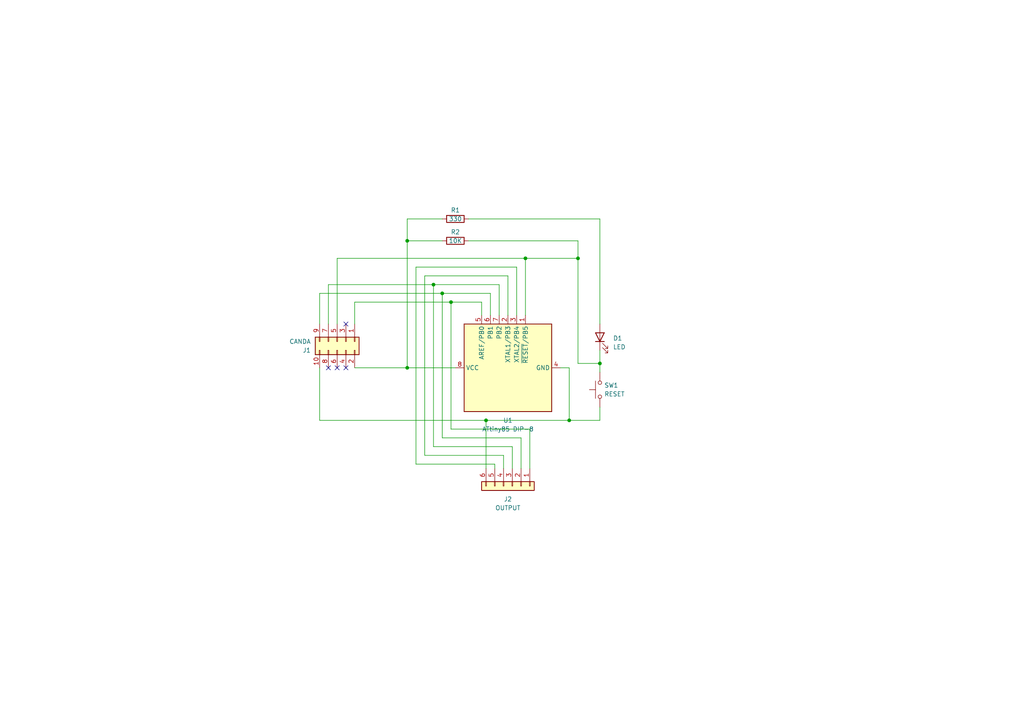
<source format=kicad_sch>
(kicad_sch (version 20230121) (generator eeschema)

  (uuid 84c1e8bb-25ad-4cce-b0a0-b9e9e965f4d8)

  (paper "A4")

  (lib_symbols
    (symbol "Connector_Generic:Conn_01x06" (pin_names (offset 1.016) hide) (in_bom yes) (on_board yes)
      (property "Reference" "J" (at 0 7.62 0)
        (effects (font (size 1.27 1.27)))
      )
      (property "Value" "Conn_01x06" (at 0 -10.16 0)
        (effects (font (size 1.27 1.27)))
      )
      (property "Footprint" "" (at 0 0 0)
        (effects (font (size 1.27 1.27)) hide)
      )
      (property "Datasheet" "~" (at 0 0 0)
        (effects (font (size 1.27 1.27)) hide)
      )
      (property "ki_keywords" "connector" (at 0 0 0)
        (effects (font (size 1.27 1.27)) hide)
      )
      (property "ki_description" "Generic connector, single row, 01x06, script generated (kicad-library-utils/schlib/autogen/connector/)" (at 0 0 0)
        (effects (font (size 1.27 1.27)) hide)
      )
      (property "ki_fp_filters" "Connector*:*_1x??_*" (at 0 0 0)
        (effects (font (size 1.27 1.27)) hide)
      )
      (symbol "Conn_01x06_1_1"
        (rectangle (start -1.27 -7.493) (end 0 -7.747)
          (stroke (width 0.1524) (type default))
          (fill (type none))
        )
        (rectangle (start -1.27 -4.953) (end 0 -5.207)
          (stroke (width 0.1524) (type default))
          (fill (type none))
        )
        (rectangle (start -1.27 -2.413) (end 0 -2.667)
          (stroke (width 0.1524) (type default))
          (fill (type none))
        )
        (rectangle (start -1.27 0.127) (end 0 -0.127)
          (stroke (width 0.1524) (type default))
          (fill (type none))
        )
        (rectangle (start -1.27 2.667) (end 0 2.413)
          (stroke (width 0.1524) (type default))
          (fill (type none))
        )
        (rectangle (start -1.27 5.207) (end 0 4.953)
          (stroke (width 0.1524) (type default))
          (fill (type none))
        )
        (rectangle (start -1.27 6.35) (end 1.27 -8.89)
          (stroke (width 0.254) (type default))
          (fill (type background))
        )
        (pin passive line (at -5.08 5.08 0) (length 3.81)
          (name "Pin_1" (effects (font (size 1.27 1.27))))
          (number "1" (effects (font (size 1.27 1.27))))
        )
        (pin passive line (at -5.08 2.54 0) (length 3.81)
          (name "Pin_2" (effects (font (size 1.27 1.27))))
          (number "2" (effects (font (size 1.27 1.27))))
        )
        (pin passive line (at -5.08 0 0) (length 3.81)
          (name "Pin_3" (effects (font (size 1.27 1.27))))
          (number "3" (effects (font (size 1.27 1.27))))
        )
        (pin passive line (at -5.08 -2.54 0) (length 3.81)
          (name "Pin_4" (effects (font (size 1.27 1.27))))
          (number "4" (effects (font (size 1.27 1.27))))
        )
        (pin passive line (at -5.08 -5.08 0) (length 3.81)
          (name "Pin_5" (effects (font (size 1.27 1.27))))
          (number "5" (effects (font (size 1.27 1.27))))
        )
        (pin passive line (at -5.08 -7.62 0) (length 3.81)
          (name "Pin_6" (effects (font (size 1.27 1.27))))
          (number "6" (effects (font (size 1.27 1.27))))
        )
      )
    )
    (symbol "Connector_Generic:Conn_02x05_Odd_Even" (pin_names (offset 1.016) hide) (in_bom yes) (on_board yes)
      (property "Reference" "J" (at 1.27 7.62 0)
        (effects (font (size 1.27 1.27)))
      )
      (property "Value" "Conn_02x05_Odd_Even" (at 1.27 -7.62 0)
        (effects (font (size 1.27 1.27)))
      )
      (property "Footprint" "" (at 0 0 0)
        (effects (font (size 1.27 1.27)) hide)
      )
      (property "Datasheet" "~" (at 0 0 0)
        (effects (font (size 1.27 1.27)) hide)
      )
      (property "ki_keywords" "connector" (at 0 0 0)
        (effects (font (size 1.27 1.27)) hide)
      )
      (property "ki_description" "Generic connector, double row, 02x05, odd/even pin numbering scheme (row 1 odd numbers, row 2 even numbers), script generated (kicad-library-utils/schlib/autogen/connector/)" (at 0 0 0)
        (effects (font (size 1.27 1.27)) hide)
      )
      (property "ki_fp_filters" "Connector*:*_2x??_*" (at 0 0 0)
        (effects (font (size 1.27 1.27)) hide)
      )
      (symbol "Conn_02x05_Odd_Even_1_1"
        (rectangle (start -1.27 -4.953) (end 0 -5.207)
          (stroke (width 0.1524) (type default))
          (fill (type none))
        )
        (rectangle (start -1.27 -2.413) (end 0 -2.667)
          (stroke (width 0.1524) (type default))
          (fill (type none))
        )
        (rectangle (start -1.27 0.127) (end 0 -0.127)
          (stroke (width 0.1524) (type default))
          (fill (type none))
        )
        (rectangle (start -1.27 2.667) (end 0 2.413)
          (stroke (width 0.1524) (type default))
          (fill (type none))
        )
        (rectangle (start -1.27 5.207) (end 0 4.953)
          (stroke (width 0.1524) (type default))
          (fill (type none))
        )
        (rectangle (start -1.27 6.35) (end 3.81 -6.35)
          (stroke (width 0.254) (type default))
          (fill (type background))
        )
        (rectangle (start 3.81 -4.953) (end 2.54 -5.207)
          (stroke (width 0.1524) (type default))
          (fill (type none))
        )
        (rectangle (start 3.81 -2.413) (end 2.54 -2.667)
          (stroke (width 0.1524) (type default))
          (fill (type none))
        )
        (rectangle (start 3.81 0.127) (end 2.54 -0.127)
          (stroke (width 0.1524) (type default))
          (fill (type none))
        )
        (rectangle (start 3.81 2.667) (end 2.54 2.413)
          (stroke (width 0.1524) (type default))
          (fill (type none))
        )
        (rectangle (start 3.81 5.207) (end 2.54 4.953)
          (stroke (width 0.1524) (type default))
          (fill (type none))
        )
        (pin passive line (at -5.08 5.08 0) (length 3.81)
          (name "Pin_1" (effects (font (size 1.27 1.27))))
          (number "1" (effects (font (size 1.27 1.27))))
        )
        (pin passive line (at 7.62 -5.08 180) (length 3.81)
          (name "Pin_10" (effects (font (size 1.27 1.27))))
          (number "10" (effects (font (size 1.27 1.27))))
        )
        (pin passive line (at 7.62 5.08 180) (length 3.81)
          (name "Pin_2" (effects (font (size 1.27 1.27))))
          (number "2" (effects (font (size 1.27 1.27))))
        )
        (pin passive line (at -5.08 2.54 0) (length 3.81)
          (name "Pin_3" (effects (font (size 1.27 1.27))))
          (number "3" (effects (font (size 1.27 1.27))))
        )
        (pin passive line (at 7.62 2.54 180) (length 3.81)
          (name "Pin_4" (effects (font (size 1.27 1.27))))
          (number "4" (effects (font (size 1.27 1.27))))
        )
        (pin passive line (at -5.08 0 0) (length 3.81)
          (name "Pin_5" (effects (font (size 1.27 1.27))))
          (number "5" (effects (font (size 1.27 1.27))))
        )
        (pin passive line (at 7.62 0 180) (length 3.81)
          (name "Pin_6" (effects (font (size 1.27 1.27))))
          (number "6" (effects (font (size 1.27 1.27))))
        )
        (pin passive line (at -5.08 -2.54 0) (length 3.81)
          (name "Pin_7" (effects (font (size 1.27 1.27))))
          (number "7" (effects (font (size 1.27 1.27))))
        )
        (pin passive line (at 7.62 -2.54 180) (length 3.81)
          (name "Pin_8" (effects (font (size 1.27 1.27))))
          (number "8" (effects (font (size 1.27 1.27))))
        )
        (pin passive line (at -5.08 -5.08 0) (length 3.81)
          (name "Pin_9" (effects (font (size 1.27 1.27))))
          (number "9" (effects (font (size 1.27 1.27))))
        )
      )
    )
    (symbol "Device:LED" (pin_numbers hide) (pin_names (offset 1.016) hide) (in_bom yes) (on_board yes)
      (property "Reference" "D" (at 0 2.54 0)
        (effects (font (size 1.27 1.27)))
      )
      (property "Value" "LED" (at 0 -2.54 0)
        (effects (font (size 1.27 1.27)))
      )
      (property "Footprint" "" (at 0 0 0)
        (effects (font (size 1.27 1.27)) hide)
      )
      (property "Datasheet" "~" (at 0 0 0)
        (effects (font (size 1.27 1.27)) hide)
      )
      (property "ki_keywords" "LED diode" (at 0 0 0)
        (effects (font (size 1.27 1.27)) hide)
      )
      (property "ki_description" "Light emitting diode" (at 0 0 0)
        (effects (font (size 1.27 1.27)) hide)
      )
      (property "ki_fp_filters" "LED* LED_SMD:* LED_THT:*" (at 0 0 0)
        (effects (font (size 1.27 1.27)) hide)
      )
      (symbol "LED_0_1"
        (polyline
          (pts
            (xy -1.27 -1.27)
            (xy -1.27 1.27)
          )
          (stroke (width 0.254) (type default))
          (fill (type none))
        )
        (polyline
          (pts
            (xy -1.27 0)
            (xy 1.27 0)
          )
          (stroke (width 0) (type default))
          (fill (type none))
        )
        (polyline
          (pts
            (xy 1.27 -1.27)
            (xy 1.27 1.27)
            (xy -1.27 0)
            (xy 1.27 -1.27)
          )
          (stroke (width 0.254) (type default))
          (fill (type none))
        )
        (polyline
          (pts
            (xy -3.048 -0.762)
            (xy -4.572 -2.286)
            (xy -3.81 -2.286)
            (xy -4.572 -2.286)
            (xy -4.572 -1.524)
          )
          (stroke (width 0) (type default))
          (fill (type none))
        )
        (polyline
          (pts
            (xy -1.778 -0.762)
            (xy -3.302 -2.286)
            (xy -2.54 -2.286)
            (xy -3.302 -2.286)
            (xy -3.302 -1.524)
          )
          (stroke (width 0) (type default))
          (fill (type none))
        )
      )
      (symbol "LED_1_1"
        (pin passive line (at -3.81 0 0) (length 2.54)
          (name "K" (effects (font (size 1.27 1.27))))
          (number "1" (effects (font (size 1.27 1.27))))
        )
        (pin passive line (at 3.81 0 180) (length 2.54)
          (name "A" (effects (font (size 1.27 1.27))))
          (number "2" (effects (font (size 1.27 1.27))))
        )
      )
    )
    (symbol "Device:R" (pin_numbers hide) (pin_names (offset 0)) (in_bom yes) (on_board yes)
      (property "Reference" "R" (at 2.032 0 90)
        (effects (font (size 1.27 1.27)))
      )
      (property "Value" "R" (at 0 0 90)
        (effects (font (size 1.27 1.27)))
      )
      (property "Footprint" "" (at -1.778 0 90)
        (effects (font (size 1.27 1.27)) hide)
      )
      (property "Datasheet" "~" (at 0 0 0)
        (effects (font (size 1.27 1.27)) hide)
      )
      (property "ki_keywords" "R res resistor" (at 0 0 0)
        (effects (font (size 1.27 1.27)) hide)
      )
      (property "ki_description" "Resistor" (at 0 0 0)
        (effects (font (size 1.27 1.27)) hide)
      )
      (property "ki_fp_filters" "R_*" (at 0 0 0)
        (effects (font (size 1.27 1.27)) hide)
      )
      (symbol "R_0_1"
        (rectangle (start -1.016 -2.54) (end 1.016 2.54)
          (stroke (width 0.254) (type default))
          (fill (type none))
        )
      )
      (symbol "R_1_1"
        (pin passive line (at 0 3.81 270) (length 1.27)
          (name "~" (effects (font (size 1.27 1.27))))
          (number "1" (effects (font (size 1.27 1.27))))
        )
        (pin passive line (at 0 -3.81 90) (length 1.27)
          (name "~" (effects (font (size 1.27 1.27))))
          (number "2" (effects (font (size 1.27 1.27))))
        )
      )
    )
    (symbol "MCU_Microchip_ATtiny:ATtiny85-20P" (in_bom yes) (on_board yes)
      (property "Reference" "U" (at -12.7 13.97 0)
        (effects (font (size 1.27 1.27)) (justify left bottom))
      )
      (property "Value" "ATtiny85-20P" (at 2.54 -13.97 0)
        (effects (font (size 1.27 1.27)) (justify left top))
      )
      (property "Footprint" "Package_DIP:DIP-8_W7.62mm" (at 0 0 0)
        (effects (font (size 1.27 1.27) italic) hide)
      )
      (property "Datasheet" "http://ww1.microchip.com/downloads/en/DeviceDoc/atmel-2586-avr-8-bit-microcontroller-attiny25-attiny45-attiny85_datasheet.pdf" (at 0 0 0)
        (effects (font (size 1.27 1.27)) hide)
      )
      (property "ki_keywords" "AVR 8bit Microcontroller tinyAVR" (at 0 0 0)
        (effects (font (size 1.27 1.27)) hide)
      )
      (property "ki_description" "20MHz, 8kB Flash, 512B SRAM, 512B EEPROM, debugWIRE, DIP-8" (at 0 0 0)
        (effects (font (size 1.27 1.27)) hide)
      )
      (property "ki_fp_filters" "DIP*W7.62mm*" (at 0 0 0)
        (effects (font (size 1.27 1.27)) hide)
      )
      (symbol "ATtiny85-20P_0_1"
        (rectangle (start -12.7 -12.7) (end 12.7 12.7)
          (stroke (width 0.254) (type default))
          (fill (type background))
        )
      )
      (symbol "ATtiny85-20P_1_1"
        (pin bidirectional line (at 15.24 -5.08 180) (length 2.54)
          (name "~{RESET}/PB5" (effects (font (size 1.27 1.27))))
          (number "1" (effects (font (size 1.27 1.27))))
        )
        (pin bidirectional line (at 15.24 0 180) (length 2.54)
          (name "XTAL1/PB3" (effects (font (size 1.27 1.27))))
          (number "2" (effects (font (size 1.27 1.27))))
        )
        (pin bidirectional line (at 15.24 -2.54 180) (length 2.54)
          (name "XTAL2/PB4" (effects (font (size 1.27 1.27))))
          (number "3" (effects (font (size 1.27 1.27))))
        )
        (pin power_in line (at 0 -15.24 90) (length 2.54)
          (name "GND" (effects (font (size 1.27 1.27))))
          (number "4" (effects (font (size 1.27 1.27))))
        )
        (pin bidirectional line (at 15.24 7.62 180) (length 2.54)
          (name "AREF/PB0" (effects (font (size 1.27 1.27))))
          (number "5" (effects (font (size 1.27 1.27))))
        )
        (pin bidirectional line (at 15.24 5.08 180) (length 2.54)
          (name "PB1" (effects (font (size 1.27 1.27))))
          (number "6" (effects (font (size 1.27 1.27))))
        )
        (pin bidirectional line (at 15.24 2.54 180) (length 2.54)
          (name "PB2" (effects (font (size 1.27 1.27))))
          (number "7" (effects (font (size 1.27 1.27))))
        )
        (pin power_in line (at 0 15.24 270) (length 2.54)
          (name "VCC" (effects (font (size 1.27 1.27))))
          (number "8" (effects (font (size 1.27 1.27))))
        )
      )
    )
    (symbol "Switch:SW_Push" (pin_numbers hide) (pin_names (offset 1.016) hide) (in_bom yes) (on_board yes)
      (property "Reference" "SW" (at 1.27 2.54 0)
        (effects (font (size 1.27 1.27)) (justify left))
      )
      (property "Value" "SW_Push" (at 0 -1.524 0)
        (effects (font (size 1.27 1.27)))
      )
      (property "Footprint" "" (at 0 5.08 0)
        (effects (font (size 1.27 1.27)) hide)
      )
      (property "Datasheet" "~" (at 0 5.08 0)
        (effects (font (size 1.27 1.27)) hide)
      )
      (property "ki_keywords" "switch normally-open pushbutton push-button" (at 0 0 0)
        (effects (font (size 1.27 1.27)) hide)
      )
      (property "ki_description" "Push button switch, generic, two pins" (at 0 0 0)
        (effects (font (size 1.27 1.27)) hide)
      )
      (symbol "SW_Push_0_1"
        (circle (center -2.032 0) (radius 0.508)
          (stroke (width 0) (type default))
          (fill (type none))
        )
        (polyline
          (pts
            (xy 0 1.27)
            (xy 0 3.048)
          )
          (stroke (width 0) (type default))
          (fill (type none))
        )
        (polyline
          (pts
            (xy 2.54 1.27)
            (xy -2.54 1.27)
          )
          (stroke (width 0) (type default))
          (fill (type none))
        )
        (circle (center 2.032 0) (radius 0.508)
          (stroke (width 0) (type default))
          (fill (type none))
        )
        (pin passive line (at -5.08 0 0) (length 2.54)
          (name "1" (effects (font (size 1.27 1.27))))
          (number "1" (effects (font (size 1.27 1.27))))
        )
        (pin passive line (at 5.08 0 180) (length 2.54)
          (name "2" (effects (font (size 1.27 1.27))))
          (number "2" (effects (font (size 1.27 1.27))))
        )
      )
    )
  )

  (junction (at 125.73 82.55) (diameter 0) (color 0 0 0 0)
    (uuid 162b620d-6dd2-4ab6-8e78-335baec822fd)
  )
  (junction (at 128.27 85.09) (diameter 0) (color 0 0 0 0)
    (uuid 165fb474-fc43-45e3-967b-0b65c54fdf66)
  )
  (junction (at 130.81 87.63) (diameter 0) (color 0 0 0 0)
    (uuid 1d93c8b1-0d5e-4286-906d-f77769f6107e)
  )
  (junction (at 118.11 69.85) (diameter 0) (color 0 0 0 0)
    (uuid 282dd074-4751-4206-b460-dccc3ca60cbc)
  )
  (junction (at 140.97 121.92) (diameter 0) (color 0 0 0 0)
    (uuid 31801c30-f3fc-4966-9d20-376551155349)
  )
  (junction (at 167.64 74.93) (diameter 0) (color 0 0 0 0)
    (uuid 49ba65d3-166f-4bf7-a21c-07e2a06b2e90)
  )
  (junction (at 118.11 106.68) (diameter 0) (color 0 0 0 0)
    (uuid 5cd37443-97aa-40c4-bce3-2761416d5bd6)
  )
  (junction (at 173.99 105.41) (diameter 0) (color 0 0 0 0)
    (uuid 65192147-5acd-499c-978e-513ff965068a)
  )
  (junction (at 152.4 74.93) (diameter 0) (color 0 0 0 0)
    (uuid 7462f8af-7144-4d4b-af74-0316f8ab58b2)
  )
  (junction (at 165.1 121.92) (diameter 0) (color 0 0 0 0)
    (uuid cc582e16-3c59-4aa7-9521-493ffa808adb)
  )

  (no_connect (at 100.33 106.68) (uuid 83832afb-02fe-417d-b0eb-21be912a7cf5))
  (no_connect (at 100.33 93.98) (uuid 83dda247-ffd9-4dfc-a06e-6ddd56694356))
  (no_connect (at 95.25 106.68) (uuid 8ea169e1-ee77-4d41-a1c7-40f574ca6e2c))
  (no_connect (at 97.79 106.68) (uuid d2379e0d-52bb-4361-833c-581414c287d2))

  (wire (pts (xy 173.99 107.95) (xy 173.99 105.41))
    (stroke (width 0) (type default))
    (uuid 03033ebf-c252-475c-aae6-c4d3390c5d4a)
  )
  (wire (pts (xy 151.13 127) (xy 128.27 127))
    (stroke (width 0) (type default))
    (uuid 038bca4f-ed5f-40e9-911c-28b1a13b7ea0)
  )
  (wire (pts (xy 173.99 118.11) (xy 173.99 121.92))
    (stroke (width 0) (type default))
    (uuid 0ea89bfa-868b-4656-9086-e667689c2bc2)
  )
  (wire (pts (xy 128.27 85.09) (xy 142.24 85.09))
    (stroke (width 0) (type default))
    (uuid 10a22ad2-871b-49a9-b303-ab14f6667ce8)
  )
  (wire (pts (xy 123.19 80.01) (xy 123.19 132.08))
    (stroke (width 0) (type default))
    (uuid 1369f78a-49f0-46b8-85d8-20ec71ef0d5d)
  )
  (wire (pts (xy 152.4 74.93) (xy 167.64 74.93))
    (stroke (width 0) (type default))
    (uuid 140e486e-b36f-4fec-881f-bc73aaafa89e)
  )
  (wire (pts (xy 167.64 69.85) (xy 167.64 74.93))
    (stroke (width 0) (type default))
    (uuid 14678bc6-4d7b-4a23-baf7-a745008917c2)
  )
  (wire (pts (xy 125.73 82.55) (xy 144.78 82.55))
    (stroke (width 0) (type default))
    (uuid 1553801f-8751-4c2a-aac3-9d1bc9cee29d)
  )
  (wire (pts (xy 95.25 82.55) (xy 125.73 82.55))
    (stroke (width 0) (type default))
    (uuid 195b007d-7cf1-44ab-a0c2-08427316b2ca)
  )
  (wire (pts (xy 118.11 63.5) (xy 128.27 63.5))
    (stroke (width 0) (type default))
    (uuid 222cfbb8-04ad-44e9-a3e1-22b5db4d3c14)
  )
  (wire (pts (xy 92.71 93.98) (xy 92.71 85.09))
    (stroke (width 0) (type default))
    (uuid 265d18ee-a804-4a07-870d-d1c3de4250ea)
  )
  (wire (pts (xy 128.27 85.09) (xy 128.27 127))
    (stroke (width 0) (type default))
    (uuid 26d3a268-d145-4ff5-900d-0b20014aea36)
  )
  (wire (pts (xy 148.59 129.54) (xy 148.59 135.89))
    (stroke (width 0) (type default))
    (uuid 2f2e3460-d128-4168-868f-ba0396bddd27)
  )
  (wire (pts (xy 144.78 91.44) (xy 144.78 82.55))
    (stroke (width 0) (type default))
    (uuid 307bbc7e-d58d-4cde-a9a1-cd955afac5de)
  )
  (wire (pts (xy 97.79 74.93) (xy 152.4 74.93))
    (stroke (width 0) (type default))
    (uuid 30f126d4-2500-4272-8296-3f2fa62c14fe)
  )
  (wire (pts (xy 153.67 124.46) (xy 130.81 124.46))
    (stroke (width 0) (type default))
    (uuid 336f4d7e-5016-47a3-babd-7ed8d74707a1)
  )
  (wire (pts (xy 143.51 135.89) (xy 143.51 134.62))
    (stroke (width 0) (type default))
    (uuid 342b8af0-31f0-49d0-bf5e-a8194fc6f3c1)
  )
  (wire (pts (xy 130.81 87.63) (xy 139.7 87.63))
    (stroke (width 0) (type default))
    (uuid 39c3ea38-e039-4618-8f5a-8a2d58a2d98c)
  )
  (wire (pts (xy 102.87 87.63) (xy 130.81 87.63))
    (stroke (width 0) (type default))
    (uuid 3da21350-b45b-41be-8f09-d5a096f1889f)
  )
  (wire (pts (xy 97.79 93.98) (xy 97.79 74.93))
    (stroke (width 0) (type default))
    (uuid 46b15f09-32fa-4da0-a640-8d5536ad006d)
  )
  (wire (pts (xy 140.97 121.92) (xy 140.97 135.89))
    (stroke (width 0) (type default))
    (uuid 47a1b033-df76-4d27-966b-fd4b784e078a)
  )
  (wire (pts (xy 151.13 135.89) (xy 151.13 127))
    (stroke (width 0) (type default))
    (uuid 4bf30c66-1820-46fd-93a4-dfc8020b0f7a)
  )
  (wire (pts (xy 142.24 85.09) (xy 142.24 91.44))
    (stroke (width 0) (type default))
    (uuid 4ce76730-9686-419f-be8a-7f962d972758)
  )
  (wire (pts (xy 118.11 69.85) (xy 118.11 106.68))
    (stroke (width 0) (type default))
    (uuid 54779066-3b39-42e6-a86b-1fd3e207afa0)
  )
  (wire (pts (xy 149.86 77.47) (xy 149.86 91.44))
    (stroke (width 0) (type default))
    (uuid 56739d75-95b5-424b-845a-06bfab35ccce)
  )
  (wire (pts (xy 118.11 69.85) (xy 128.27 69.85))
    (stroke (width 0) (type default))
    (uuid 5f389076-b901-4d49-8c9c-bb50cf23e96d)
  )
  (wire (pts (xy 120.65 77.47) (xy 120.65 134.62))
    (stroke (width 0) (type default))
    (uuid 5f4693aa-8e29-44ad-bf1e-cfa7272c7bef)
  )
  (wire (pts (xy 95.25 93.98) (xy 95.25 82.55))
    (stroke (width 0) (type default))
    (uuid 7171ca8d-4379-47b8-9999-46e71fdd416d)
  )
  (wire (pts (xy 148.59 129.54) (xy 125.73 129.54))
    (stroke (width 0) (type default))
    (uuid 729fc892-c191-4969-83a2-040a71deb7ce)
  )
  (wire (pts (xy 143.51 134.62) (xy 120.65 134.62))
    (stroke (width 0) (type default))
    (uuid 740b48e5-d58d-408f-b3ec-9f85c008c8c3)
  )
  (wire (pts (xy 139.7 87.63) (xy 139.7 91.44))
    (stroke (width 0) (type default))
    (uuid 747efe0b-e92f-4bbf-a8a7-5bf625118733)
  )
  (wire (pts (xy 165.1 106.68) (xy 165.1 121.92))
    (stroke (width 0) (type default))
    (uuid 76dd043b-f843-49fa-bd28-43350aa9b671)
  )
  (wire (pts (xy 146.05 132.08) (xy 123.19 132.08))
    (stroke (width 0) (type default))
    (uuid 7ca9706a-b695-4c1a-a0ac-c072b678dae2)
  )
  (wire (pts (xy 130.81 87.63) (xy 130.81 124.46))
    (stroke (width 0) (type default))
    (uuid 7f622e3d-f973-438b-a1bc-fde2e177078d)
  )
  (wire (pts (xy 162.56 106.68) (xy 165.1 106.68))
    (stroke (width 0) (type default))
    (uuid 7fa62545-460b-4a81-9c71-85e9dcfcc20d)
  )
  (wire (pts (xy 152.4 74.93) (xy 152.4 91.44))
    (stroke (width 0) (type default))
    (uuid 80703694-19d7-4517-8798-fabb3521a772)
  )
  (wire (pts (xy 146.05 135.89) (xy 146.05 132.08))
    (stroke (width 0) (type default))
    (uuid 85472d76-9cf0-41c0-868f-fc59d625e19c)
  )
  (wire (pts (xy 92.71 106.68) (xy 92.71 121.92))
    (stroke (width 0) (type default))
    (uuid 89f73078-697f-408c-a8c5-bdcd7917ea89)
  )
  (wire (pts (xy 135.89 69.85) (xy 167.64 69.85))
    (stroke (width 0) (type default))
    (uuid 8e19daa0-f75a-4d27-96b4-60a0f22cb06b)
  )
  (wire (pts (xy 92.71 85.09) (xy 128.27 85.09))
    (stroke (width 0) (type default))
    (uuid 90187507-d1be-449d-aeb0-7abc254dacf9)
  )
  (wire (pts (xy 173.99 101.6) (xy 173.99 105.41))
    (stroke (width 0) (type default))
    (uuid 98bce430-57aa-4c95-a20a-d464beb51d9b)
  )
  (wire (pts (xy 140.97 121.92) (xy 165.1 121.92))
    (stroke (width 0) (type default))
    (uuid 991348da-be64-4d8e-8d4f-a5de7668820e)
  )
  (wire (pts (xy 135.89 63.5) (xy 173.99 63.5))
    (stroke (width 0) (type default))
    (uuid 9fef407e-2a9c-4378-8783-f8ca8b536892)
  )
  (wire (pts (xy 167.64 105.41) (xy 173.99 105.41))
    (stroke (width 0) (type default))
    (uuid a338877f-a614-43b7-9f83-2b215eaa7b44)
  )
  (wire (pts (xy 147.32 80.01) (xy 123.19 80.01))
    (stroke (width 0) (type default))
    (uuid a9a77dd4-54ff-4092-9b86-29feb643eaca)
  )
  (wire (pts (xy 118.11 106.68) (xy 132.08 106.68))
    (stroke (width 0) (type default))
    (uuid ac84993f-bb40-4e3a-91b4-41799fd81f98)
  )
  (wire (pts (xy 167.64 74.93) (xy 167.64 105.41))
    (stroke (width 0) (type default))
    (uuid ad0c3f1e-51ae-4818-9297-8460b7664ea6)
  )
  (wire (pts (xy 165.1 121.92) (xy 173.99 121.92))
    (stroke (width 0) (type default))
    (uuid bf7fbce0-b7e5-4752-a9c6-c5050d0b2317)
  )
  (wire (pts (xy 120.65 77.47) (xy 149.86 77.47))
    (stroke (width 0) (type default))
    (uuid c59aceaa-e8d0-40cd-98a2-fe5d0c3c36fd)
  )
  (wire (pts (xy 147.32 91.44) (xy 147.32 80.01))
    (stroke (width 0) (type default))
    (uuid c92c0169-b7d0-4a41-917f-cb680f3123e7)
  )
  (wire (pts (xy 102.87 106.68) (xy 118.11 106.68))
    (stroke (width 0) (type default))
    (uuid cacc80c4-de12-4dcc-9857-4140aa13d709)
  )
  (wire (pts (xy 173.99 63.5) (xy 173.99 93.98))
    (stroke (width 0) (type default))
    (uuid d27d5df0-1133-40c1-b627-88ca380d40df)
  )
  (wire (pts (xy 102.87 93.98) (xy 102.87 87.63))
    (stroke (width 0) (type default))
    (uuid dcc00508-126a-4f19-90ff-be2993b9e9d7)
  )
  (wire (pts (xy 92.71 121.92) (xy 140.97 121.92))
    (stroke (width 0) (type default))
    (uuid e219a02a-cde7-4be4-823c-e30fb8c3ef54)
  )
  (wire (pts (xy 125.73 82.55) (xy 125.73 129.54))
    (stroke (width 0) (type default))
    (uuid e7030c22-f4f0-4621-a41f-a92e67929c0b)
  )
  (wire (pts (xy 118.11 69.85) (xy 118.11 63.5))
    (stroke (width 0) (type default))
    (uuid eca286c8-06c1-40b7-84c5-836b40c69627)
  )
  (wire (pts (xy 153.67 135.89) (xy 153.67 124.46))
    (stroke (width 0) (type default))
    (uuid fc7e5487-c105-4c36-8423-616a6e3dfda7)
  )

  (symbol (lib_id "Switch:SW_Push") (at 173.99 113.03 90) (unit 1)
    (in_bom yes) (on_board yes) (dnp no) (fields_autoplaced)
    (uuid 150dd5ad-0855-4806-aa31-5059b67758c5)
    (property "Reference" "SW1" (at 175.26 111.76 90)
      (effects (font (size 1.27 1.27)) (justify right))
    )
    (property "Value" "RESET" (at 175.26 114.3 90)
      (effects (font (size 1.27 1.27)) (justify right))
    )
    (property "Footprint" "Button_Switch_THT:SW_PUSH_6mm_H4.3mm" (at 168.91 113.03 0)
      (effects (font (size 1.27 1.27)) hide)
    )
    (property "Datasheet" "~" (at 168.91 113.03 0)
      (effects (font (size 1.27 1.27)) hide)
    )
    (pin "2" (uuid e611f892-5807-45d9-88f2-fb9eee1a2a46))
    (pin "1" (uuid 4213db27-44d3-4700-b7a9-12c8af7bb535))
    (instances
      (project "ATTiny85 Programator"
        (path "/84c1e8bb-25ad-4cce-b0a0-b9e9e965f4d8"
          (reference "SW1") (unit 1)
        )
      )
    )
  )

  (symbol (lib_id "Connector_Generic:Conn_02x05_Odd_Even") (at 97.79 99.06 270) (unit 1)
    (in_bom yes) (on_board yes) (dnp no)
    (uuid 32ab4748-cfea-40e8-b55a-1f899b4b85cb)
    (property "Reference" "J1" (at 90.17 101.6 90)
      (effects (font (size 1.27 1.27)) (justify right))
    )
    (property "Value" "CANDA" (at 90.17 99.06 90)
      (effects (font (size 1.27 1.27)) (justify right))
    )
    (property "Footprint" "Connector_PinHeader_2.54mm:PinHeader_2x05_P2.54mm_Vertical" (at 97.79 99.06 0)
      (effects (font (size 1.27 1.27)) hide)
    )
    (property "Datasheet" "~" (at 97.79 99.06 0)
      (effects (font (size 1.27 1.27)) hide)
    )
    (pin "5" (uuid 8ebba7bd-b42b-4dbf-a523-aca7e70aa240))
    (pin "3" (uuid 3c7c8a40-a97d-432b-aede-9f6ebfd3c7ee))
    (pin "1" (uuid fd3e8e78-5839-488f-8f67-7a40cea89cd8))
    (pin "9" (uuid d355f419-2ae9-42b3-b972-c3ed5bd6f61d))
    (pin "4" (uuid 93c9511a-6ec9-47cd-80aa-01b479fd28e3))
    (pin "10" (uuid f489010a-ed7c-49c1-acaa-5014626d9439))
    (pin "8" (uuid f1fea13a-1038-4179-a6c6-73917d0b4f27))
    (pin "6" (uuid bbdcbd41-d4ac-4cfa-9ae5-14f26e6ba7ab))
    (pin "7" (uuid d4e79177-a031-44c7-89b7-138caa3e706f))
    (pin "2" (uuid 43df1f1a-a468-4058-836a-6bbfa00a5bf8))
    (instances
      (project "ATTiny85 Programator"
        (path "/84c1e8bb-25ad-4cce-b0a0-b9e9e965f4d8"
          (reference "J1") (unit 1)
        )
      )
    )
  )

  (symbol (lib_id "MCU_Microchip_ATtiny:ATtiny85-20P") (at 147.32 106.68 90) (unit 1)
    (in_bom yes) (on_board yes) (dnp no) (fields_autoplaced)
    (uuid 424d7258-1582-4d3d-9fe7-9d19bd75a55d)
    (property "Reference" "U1" (at 147.32 121.92 90)
      (effects (font (size 1.27 1.27)))
    )
    (property "Value" "ATtiny85 DIP-8" (at 147.32 124.46 90)
      (effects (font (size 1.27 1.27)))
    )
    (property "Footprint" "Package_DIP:DIP-8_W7.62mm" (at 147.32 106.68 0)
      (effects (font (size 1.27 1.27) italic) hide)
    )
    (property "Datasheet" "http://ww1.microchip.com/downloads/en/DeviceDoc/atmel-2586-avr-8-bit-microcontroller-attiny25-attiny45-attiny85_datasheet.pdf" (at 147.32 106.68 0)
      (effects (font (size 1.27 1.27)) hide)
    )
    (pin "6" (uuid d32d8b8e-c559-41f9-b44d-2fd07be502e1))
    (pin "8" (uuid 9665d83f-db4e-4721-a5cc-19bd4d560bab))
    (pin "4" (uuid 3dee0c03-0195-4439-a085-b4d13efbeeb7))
    (pin "3" (uuid 267d9fe4-005e-4526-9015-a81da3c585a5))
    (pin "1" (uuid b2b49455-8e68-42d9-8b5b-d1f0de84b511))
    (pin "2" (uuid 25fb28a6-8e6a-4d0b-820b-094cce5a2814))
    (pin "7" (uuid b955a5bc-7f58-4ea3-974b-daefbcbca978))
    (pin "5" (uuid 3f639175-2a9f-4b01-9236-72a5ec711807))
    (instances
      (project "ATTiny85 Programator"
        (path "/84c1e8bb-25ad-4cce-b0a0-b9e9e965f4d8"
          (reference "U1") (unit 1)
        )
      )
    )
  )

  (symbol (lib_id "Connector_Generic:Conn_01x06") (at 148.59 140.97 270) (unit 1)
    (in_bom yes) (on_board yes) (dnp no) (fields_autoplaced)
    (uuid 4960bfa9-7027-400f-9b79-3f6afdbb04b4)
    (property "Reference" "J2" (at 147.32 144.78 90)
      (effects (font (size 1.27 1.27)))
    )
    (property "Value" "OUTPUT" (at 147.32 147.32 90)
      (effects (font (size 1.27 1.27)))
    )
    (property "Footprint" "Connector_PinSocket_2.54mm:PinSocket_1x06_P2.54mm_Vertical" (at 148.59 140.97 0)
      (effects (font (size 1.27 1.27)) hide)
    )
    (property "Datasheet" "~" (at 148.59 140.97 0)
      (effects (font (size 1.27 1.27)) hide)
    )
    (pin "4" (uuid a5b35fcf-ae43-4b6e-940f-b07a1a24778d))
    (pin "5" (uuid bbfc4ae4-e951-42a6-aad2-7c5f41beb0f6))
    (pin "6" (uuid e4679145-95c2-41ad-8225-fe6c7a57447f))
    (pin "2" (uuid 3bc74afb-351c-42ec-9e49-f44c1581f2a0))
    (pin "3" (uuid dbc12c16-2475-4142-8597-f86381a8ba49))
    (pin "1" (uuid a460d48d-962d-47c5-af95-08f841a8c77a))
    (instances
      (project "ATTiny85 Programator"
        (path "/84c1e8bb-25ad-4cce-b0a0-b9e9e965f4d8"
          (reference "J2") (unit 1)
        )
      )
    )
  )

  (symbol (lib_id "Device:R") (at 132.08 63.5 90) (unit 1)
    (in_bom yes) (on_board yes) (dnp no)
    (uuid a7988754-c9f0-4fea-9c5b-8b65772bebc1)
    (property "Reference" "R1" (at 132.08 60.96 90)
      (effects (font (size 1.27 1.27)))
    )
    (property "Value" "330" (at 132.08 63.5 90)
      (effects (font (size 1.27 1.27)))
    )
    (property "Footprint" "Resistor_THT:R_Axial_DIN0207_L6.3mm_D2.5mm_P10.16mm_Horizontal" (at 132.08 65.278 90)
      (effects (font (size 1.27 1.27)) hide)
    )
    (property "Datasheet" "~" (at 132.08 63.5 0)
      (effects (font (size 1.27 1.27)) hide)
    )
    (pin "2" (uuid 8f6dbde5-caa7-42d1-9d14-efe848595b58))
    (pin "1" (uuid 0bea9a45-94bc-4e85-93a4-fdb87637430d))
    (instances
      (project "ATTiny85 Programator"
        (path "/84c1e8bb-25ad-4cce-b0a0-b9e9e965f4d8"
          (reference "R1") (unit 1)
        )
      )
    )
  )

  (symbol (lib_id "Device:R") (at 132.08 69.85 90) (unit 1)
    (in_bom yes) (on_board yes) (dnp no)
    (uuid beee8b05-3f02-4105-a9de-5b7b8eff81bb)
    (property "Reference" "R2" (at 132.08 67.31 90)
      (effects (font (size 1.27 1.27)))
    )
    (property "Value" "10K" (at 132.08 69.85 90)
      (effects (font (size 1.27 1.27)))
    )
    (property "Footprint" "Resistor_THT:R_Axial_DIN0207_L6.3mm_D2.5mm_P10.16mm_Horizontal" (at 132.08 71.628 90)
      (effects (font (size 1.27 1.27)) hide)
    )
    (property "Datasheet" "~" (at 132.08 69.85 0)
      (effects (font (size 1.27 1.27)) hide)
    )
    (pin "2" (uuid 386fbf3a-2093-4986-862b-1c5994de6d2f))
    (pin "1" (uuid 81727b70-21aa-40d4-a228-916fcfbad9f0))
    (instances
      (project "ATTiny85 Programator"
        (path "/84c1e8bb-25ad-4cce-b0a0-b9e9e965f4d8"
          (reference "R2") (unit 1)
        )
      )
    )
  )

  (symbol (lib_id "Device:LED") (at 173.99 97.79 90) (unit 1)
    (in_bom yes) (on_board yes) (dnp no) (fields_autoplaced)
    (uuid fa8ab9b4-2681-42ed-b756-aff7be49e443)
    (property "Reference" "D1" (at 177.8 98.1075 90)
      (effects (font (size 1.27 1.27)) (justify right))
    )
    (property "Value" "LED" (at 177.8 100.6475 90)
      (effects (font (size 1.27 1.27)) (justify right))
    )
    (property "Footprint" "LED_THT:LED_D3.0mm" (at 173.99 97.79 0)
      (effects (font (size 1.27 1.27)) hide)
    )
    (property "Datasheet" "~" (at 173.99 97.79 0)
      (effects (font (size 1.27 1.27)) hide)
    )
    (pin "1" (uuid 45d4d91b-696b-4fd6-a169-d98a530b6053))
    (pin "2" (uuid e15b29db-90b7-4ec0-8848-aab4e610c3f3))
    (instances
      (project "ATTiny85 Programator"
        (path "/84c1e8bb-25ad-4cce-b0a0-b9e9e965f4d8"
          (reference "D1") (unit 1)
        )
      )
    )
  )

  (sheet_instances
    (path "/" (page "1"))
  )
)

</source>
